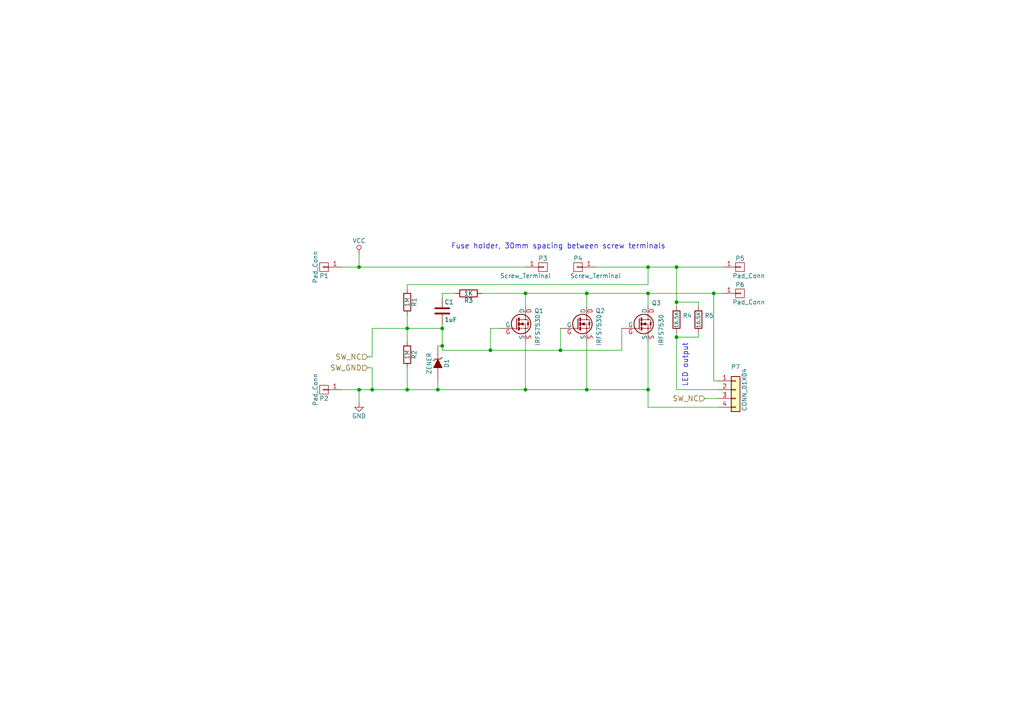
<source format=kicad_sch>
(kicad_sch
	(version 20231120)
	(generator "eeschema")
	(generator_version "8.0")
	(uuid "80413db8-1c85-46d9-b11b-308104896b83")
	(paper "A4")
	(lib_symbols
		(symbol "Anti-Spark-Switch-rescue:C"
			(pin_numbers hide)
			(pin_names
				(offset 0.254)
			)
			(exclude_from_sim no)
			(in_bom yes)
			(on_board yes)
			(property "Reference" "C"
				(at 0.635 2.54 0)
				(effects
					(font
						(size 1.27 1.27)
					)
					(justify left)
				)
			)
			(property "Value" "C"
				(at 0.635 -2.54 0)
				(effects
					(font
						(size 1.27 1.27)
					)
					(justify left)
				)
			)
			(property "Footprint" ""
				(at 0.9652 -3.81 0)
				(effects
					(font
						(size 1.27 1.27)
					)
					(hide yes)
				)
			)
			(property "Datasheet" ""
				(at 0 0 0)
				(effects
					(font
						(size 1.27 1.27)
					)
					(hide yes)
				)
			)
			(property "Description" ""
				(at 0 0 0)
				(effects
					(font
						(size 1.27 1.27)
					)
					(hide yes)
				)
			)
			(property "ki_fp_filters" "C_*"
				(at 0 0 0)
				(effects
					(font
						(size 1.27 1.27)
					)
					(hide yes)
				)
			)
			(symbol "C_0_1"
				(polyline
					(pts
						(xy -2.032 -0.762) (xy 2.032 -0.762)
					)
					(stroke
						(width 0.508)
						(type solid)
					)
					(fill
						(type none)
					)
				)
				(polyline
					(pts
						(xy -2.032 0.762) (xy 2.032 0.762)
					)
					(stroke
						(width 0.508)
						(type solid)
					)
					(fill
						(type none)
					)
				)
			)
			(symbol "C_1_1"
				(pin passive line
					(at 0 3.81 270)
					(length 2.794)
					(name "~"
						(effects
							(font
								(size 1.27 1.27)
							)
						)
					)
					(number "1"
						(effects
							(font
								(size 1.27 1.27)
							)
						)
					)
				)
				(pin passive line
					(at 0 -3.81 90)
					(length 2.794)
					(name "~"
						(effects
							(font
								(size 1.27 1.27)
							)
						)
					)
					(number "2"
						(effects
							(font
								(size 1.27 1.27)
							)
						)
					)
				)
			)
		)
		(symbol "Anti-Spark-Switch-rescue:Conn_01x04"
			(pin_names
				(offset 1.016) hide)
			(exclude_from_sim no)
			(in_bom yes)
			(on_board yes)
			(property "Reference" "J"
				(at 0 5.08 0)
				(effects
					(font
						(size 1.27 1.27)
					)
				)
			)
			(property "Value" "Conn_01x04"
				(at 0 -7.62 0)
				(effects
					(font
						(size 1.27 1.27)
					)
				)
			)
			(property "Footprint" ""
				(at 0 0 0)
				(effects
					(font
						(size 1.27 1.27)
					)
					(hide yes)
				)
			)
			(property "Datasheet" ""
				(at 0 0 0)
				(effects
					(font
						(size 1.27 1.27)
					)
					(hide yes)
				)
			)
			(property "Description" ""
				(at 0 0 0)
				(effects
					(font
						(size 1.27 1.27)
					)
					(hide yes)
				)
			)
			(property "ki_fp_filters" "Connector*:*_??x*mm* Connector*:*1x??x*mm* Pin?Header?Straight?1X* Pin?Header?Angled?1X* Socket?Strip?Straight?1X* Socket?Strip?Angled?1X*"
				(at 0 0 0)
				(effects
					(font
						(size 1.27 1.27)
					)
					(hide yes)
				)
			)
			(symbol "Conn_01x04_1_1"
				(rectangle
					(start -1.27 -4.953)
					(end 0 -5.207)
					(stroke
						(width 0.1524)
						(type solid)
					)
					(fill
						(type none)
					)
				)
				(rectangle
					(start -1.27 -2.413)
					(end 0 -2.667)
					(stroke
						(width 0.1524)
						(type solid)
					)
					(fill
						(type none)
					)
				)
				(rectangle
					(start -1.27 0.127)
					(end 0 -0.127)
					(stroke
						(width 0.1524)
						(type solid)
					)
					(fill
						(type none)
					)
				)
				(rectangle
					(start -1.27 2.667)
					(end 0 2.413)
					(stroke
						(width 0.1524)
						(type solid)
					)
					(fill
						(type none)
					)
				)
				(rectangle
					(start -1.27 3.81)
					(end 1.27 -6.35)
					(stroke
						(width 0.254)
						(type solid)
					)
					(fill
						(type background)
					)
				)
				(pin passive line
					(at -5.08 2.54 0)
					(length 3.81)
					(name "Pin_1"
						(effects
							(font
								(size 1.27 1.27)
							)
						)
					)
					(number "1"
						(effects
							(font
								(size 1.27 1.27)
							)
						)
					)
				)
				(pin passive line
					(at -5.08 0 0)
					(length 3.81)
					(name "Pin_2"
						(effects
							(font
								(size 1.27 1.27)
							)
						)
					)
					(number "2"
						(effects
							(font
								(size 1.27 1.27)
							)
						)
					)
				)
				(pin passive line
					(at -5.08 -2.54 0)
					(length 3.81)
					(name "Pin_3"
						(effects
							(font
								(size 1.27 1.27)
							)
						)
					)
					(number "3"
						(effects
							(font
								(size 1.27 1.27)
							)
						)
					)
				)
				(pin passive line
					(at -5.08 -5.08 0)
					(length 3.81)
					(name "Pin_4"
						(effects
							(font
								(size 1.27 1.27)
							)
						)
					)
					(number "4"
						(effects
							(font
								(size 1.27 1.27)
							)
						)
					)
				)
			)
		)
		(symbol "Anti-Spark-Switch-rescue:GND"
			(power)
			(pin_names
				(offset 0)
			)
			(exclude_from_sim no)
			(in_bom yes)
			(on_board yes)
			(property "Reference" "#PWR"
				(at 0 -6.35 0)
				(effects
					(font
						(size 1.27 1.27)
					)
					(hide yes)
				)
			)
			(property "Value" "GND"
				(at 0 -3.81 0)
				(effects
					(font
						(size 1.27 1.27)
					)
				)
			)
			(property "Footprint" ""
				(at 0 0 0)
				(effects
					(font
						(size 1.27 1.27)
					)
					(hide yes)
				)
			)
			(property "Datasheet" ""
				(at 0 0 0)
				(effects
					(font
						(size 1.27 1.27)
					)
					(hide yes)
				)
			)
			(property "Description" ""
				(at 0 0 0)
				(effects
					(font
						(size 1.27 1.27)
					)
					(hide yes)
				)
			)
			(symbol "GND_0_1"
				(polyline
					(pts
						(xy 0 0) (xy 0 -1.27) (xy 1.27 -1.27) (xy 0 -2.54) (xy -1.27 -1.27) (xy 0 -1.27)
					)
					(stroke
						(width 0)
						(type solid)
					)
					(fill
						(type none)
					)
				)
			)
			(symbol "GND_1_1"
				(pin power_in line
					(at 0 0 270)
					(length 0) hide
					(name "GND"
						(effects
							(font
								(size 1.27 1.27)
							)
						)
					)
					(number "1"
						(effects
							(font
								(size 1.27 1.27)
							)
						)
					)
				)
			)
		)
		(symbol "Anti-Spark-Switch-rescue:IRFS7530"
			(pin_names
				(offset 0)
			)
			(exclude_from_sim no)
			(in_bom yes)
			(on_board yes)
			(property "Reference" "Q"
				(at 5.08 1.905 0)
				(effects
					(font
						(size 1.27 1.27)
					)
					(justify left)
				)
			)
			(property "Value" "IRFS7530"
				(at 5.08 0 0)
				(effects
					(font
						(size 1.27 1.27)
					)
					(justify left)
				)
			)
			(property "Footprint" "TO-263-7"
				(at 5.08 -1.905 0)
				(effects
					(font
						(size 1.27 1.27)
						(italic yes)
					)
					(justify left)
				)
			)
			(property "Datasheet" ""
				(at 0 0 0)
				(effects
					(font
						(size 1.27 1.27)
					)
					(justify left)
				)
			)
			(property "Description" ""
				(at 0 0 0)
				(effects
					(font
						(size 1.27 1.27)
					)
					(hide yes)
				)
			)
			(symbol "IRFS7530_0_1"
				(polyline
					(pts
						(xy 0.635 -1.016) (xy 0.635 -1.651)
					)
					(stroke
						(width 0.508)
						(type solid)
					)
					(fill
						(type none)
					)
				)
				(polyline
					(pts
						(xy 0.635 0.381) (xy 0.635 -0.381)
					)
					(stroke
						(width 0.508)
						(type solid)
					)
					(fill
						(type none)
					)
				)
				(polyline
					(pts
						(xy 0.635 1.651) (xy 0.635 1.016)
					)
					(stroke
						(width 0.508)
						(type solid)
					)
					(fill
						(type none)
					)
				)
				(polyline
					(pts
						(xy 3.048 0.381) (xy 2.921 0.254)
					)
					(stroke
						(width 0)
						(type solid)
					)
					(fill
						(type none)
					)
				)
				(polyline
					(pts
						(xy 3.048 0.381) (xy 3.556 0.381)
					)
					(stroke
						(width 0)
						(type solid)
					)
					(fill
						(type none)
					)
				)
				(polyline
					(pts
						(xy 3.556 0.381) (xy 3.683 0.508)
					)
					(stroke
						(width 0)
						(type solid)
					)
					(fill
						(type none)
					)
				)
				(polyline
					(pts
						(xy 0 1.524) (xy 0 -1.524) (xy 0 -1.524)
					)
					(stroke
						(width 0.254)
						(type solid)
					)
					(fill
						(type none)
					)
				)
				(polyline
					(pts
						(xy 0.762 -1.27) (xy 2.54 -1.27) (xy 2.54 -2.54) (xy 2.54 -2.54)
					)
					(stroke
						(width 0)
						(type solid)
					)
					(fill
						(type none)
					)
				)
				(polyline
					(pts
						(xy 0.762 1.27) (xy 2.54 1.27) (xy 2.54 2.54) (xy 2.54 2.54)
					)
					(stroke
						(width 0)
						(type solid)
					)
					(fill
						(type none)
					)
				)
				(polyline
					(pts
						(xy 2.54 1.27) (xy 3.302 1.27) (xy 3.302 -1.27) (xy 2.54 -1.27)
					)
					(stroke
						(width 0)
						(type solid)
					)
					(fill
						(type none)
					)
				)
				(polyline
					(pts
						(xy 3.302 0.381) (xy 3.048 -0.254) (xy 3.556 -0.254) (xy 3.302 0.381)
					)
					(stroke
						(width 0)
						(type solid)
					)
					(fill
						(type outline)
					)
				)
				(polyline
					(pts
						(xy 0.762 0) (xy 1.27 0) (xy 2.54 0) (xy 2.54 -1.27) (xy 2.54 -1.27)
					)
					(stroke
						(width 0)
						(type solid)
					)
					(fill
						(type none)
					)
				)
				(polyline
					(pts
						(xy 0.889 0) (xy 1.905 0.381) (xy 1.905 -0.381) (xy 0.889 0) (xy 1.016 0) (xy 1.016 0)
					)
					(stroke
						(width 0)
						(type solid)
					)
					(fill
						(type outline)
					)
				)
				(circle
					(center 1.27 0)
					(radius 2.8194)
					(stroke
						(width 0.254)
						(type solid)
					)
					(fill
						(type none)
					)
				)
				(circle
					(center 2.54 -1.27)
					(radius 0.127)
					(stroke
						(width 0)
						(type solid)
					)
					(fill
						(type none)
					)
				)
				(circle
					(center 2.54 1.27)
					(radius 0.127)
					(stroke
						(width 0)
						(type solid)
					)
					(fill
						(type none)
					)
				)
			)
			(symbol "IRFS7530_1_1"
				(pin passive line
					(at 2.54 5.08 270)
					(length 2.54)
					(name "D"
						(effects
							(font
								(size 1.27 1.27)
							)
						)
					)
					(number "D"
						(effects
							(font
								(size 1.27 1.27)
							)
						)
					)
				)
				(pin passive line
					(at -5.08 -1.27 0)
					(length 5.08)
					(name "G"
						(effects
							(font
								(size 1.27 1.27)
							)
						)
					)
					(number "G"
						(effects
							(font
								(size 1.27 1.27)
							)
						)
					)
				)
				(pin passive line
					(at 2.54 -5.08 90)
					(length 2.54)
					(name "S"
						(effects
							(font
								(size 1.27 1.27)
							)
						)
					)
					(number "S"
						(effects
							(font
								(size 1.27 1.27)
							)
						)
					)
				)
			)
		)
		(symbol "Anti-Spark-Switch-rescue:Pad_Conn"
			(pin_names
				(offset 1.016) hide)
			(exclude_from_sim no)
			(in_bom yes)
			(on_board yes)
			(property "Reference" "P"
				(at 0 2.54 0)
				(effects
					(font
						(size 1.27 1.27)
					)
				)
			)
			(property "Value" "Pad_Conn"
				(at 2.54 0 90)
				(effects
					(font
						(size 1.27 1.27)
					)
				)
			)
			(property "Footprint" ""
				(at 0 0 0)
				(effects
					(font
						(size 1.27 1.27)
					)
				)
			)
			(property "Datasheet" ""
				(at 0 0 0)
				(effects
					(font
						(size 1.27 1.27)
					)
				)
			)
			(property "Description" "Connector 01x01"
				(at 0 0 0)
				(effects
					(font
						(size 1.27 1.27)
					)
					(hide yes)
				)
			)
			(property "ki_fp_filters" "Pin_Header_Straight_1X01 Pin_Header_Angled_1X01 Socket_Strip_Straight_1X01 Socket_Strip_Angled_1X01"
				(at 0 0 0)
				(effects
					(font
						(size 1.27 1.27)
					)
					(hide yes)
				)
			)
			(symbol "Pad_Conn_0_1"
				(rectangle
					(start -1.27 0.127)
					(end 0.254 -0.127)
					(stroke
						(width 0)
						(type solid)
					)
					(fill
						(type none)
					)
				)
				(rectangle
					(start -1.27 1.27)
					(end 1.27 -1.27)
					(stroke
						(width 0)
						(type solid)
					)
					(fill
						(type none)
					)
				)
			)
			(symbol "Pad_Conn_1_1"
				(pin passive line
					(at -5.08 0 0)
					(length 3.81)
					(name "P1"
						(effects
							(font
								(size 1.27 1.27)
							)
						)
					)
					(number "1"
						(effects
							(font
								(size 1.27 1.27)
							)
						)
					)
				)
			)
		)
		(symbol "Anti-Spark-Switch-rescue:R"
			(pin_numbers hide)
			(pin_names
				(offset 0)
			)
			(exclude_from_sim no)
			(in_bom yes)
			(on_board yes)
			(property "Reference" "R"
				(at 2.032 0 90)
				(effects
					(font
						(size 1.27 1.27)
					)
				)
			)
			(property "Value" "R"
				(at 0 0 90)
				(effects
					(font
						(size 1.27 1.27)
					)
				)
			)
			(property "Footprint" ""
				(at -1.778 0 90)
				(effects
					(font
						(size 1.27 1.27)
					)
					(hide yes)
				)
			)
			(property "Datasheet" ""
				(at 0 0 0)
				(effects
					(font
						(size 1.27 1.27)
					)
					(hide yes)
				)
			)
			(property "Description" ""
				(at 0 0 0)
				(effects
					(font
						(size 1.27 1.27)
					)
					(hide yes)
				)
			)
			(property "ki_fp_filters" "R_* R_*"
				(at 0 0 0)
				(effects
					(font
						(size 1.27 1.27)
					)
					(hide yes)
				)
			)
			(symbol "R_0_1"
				(rectangle
					(start -1.016 -2.54)
					(end 1.016 2.54)
					(stroke
						(width 0.254)
						(type solid)
					)
					(fill
						(type none)
					)
				)
			)
			(symbol "R_1_1"
				(pin passive line
					(at 0 3.81 270)
					(length 1.27)
					(name "~"
						(effects
							(font
								(size 1.27 1.27)
							)
						)
					)
					(number "1"
						(effects
							(font
								(size 1.27 1.27)
							)
						)
					)
				)
				(pin passive line
					(at 0 -3.81 90)
					(length 1.27)
					(name "~"
						(effects
							(font
								(size 1.27 1.27)
							)
						)
					)
					(number "2"
						(effects
							(font
								(size 1.27 1.27)
							)
						)
					)
				)
			)
		)
		(symbol "Anti-Spark-Switch-rescue:Screw_Terminal"
			(pin_names
				(offset 1.016) hide)
			(exclude_from_sim no)
			(in_bom yes)
			(on_board yes)
			(property "Reference" "P"
				(at 0 2.54 0)
				(effects
					(font
						(size 1.27 1.27)
					)
				)
			)
			(property "Value" "Screw_Terminal"
				(at 2.54 0 90)
				(effects
					(font
						(size 1.27 1.27)
					)
				)
			)
			(property "Footprint" ""
				(at 0 0 0)
				(effects
					(font
						(size 1.27 1.27)
					)
				)
			)
			(property "Datasheet" ""
				(at 0 0 0)
				(effects
					(font
						(size 1.27 1.27)
					)
				)
			)
			(property "Description" ""
				(at 0 0 0)
				(effects
					(font
						(size 1.27 1.27)
					)
					(hide yes)
				)
			)
			(property "ki_fp_filters" "Pin_Header_Straight_1X01 Pin_Header_Angled_1X01 Socket_Strip_Straight_1X01 Socket_Strip_Angled_1X01"
				(at 0 0 0)
				(effects
					(font
						(size 1.27 1.27)
					)
					(hide yes)
				)
			)
			(symbol "Screw_Terminal_0_1"
				(rectangle
					(start -1.27 0.127)
					(end 0.254 -0.127)
					(stroke
						(width 0)
						(type solid)
					)
					(fill
						(type none)
					)
				)
				(rectangle
					(start -1.27 1.27)
					(end 1.27 -1.27)
					(stroke
						(width 0)
						(type solid)
					)
					(fill
						(type none)
					)
				)
			)
			(symbol "Screw_Terminal_1_1"
				(pin passive line
					(at -5.08 0 0)
					(length 3.81)
					(name "P1"
						(effects
							(font
								(size 1.27 1.27)
							)
						)
					)
					(number "1"
						(effects
							(font
								(size 1.27 1.27)
							)
						)
					)
				)
			)
		)
		(symbol "Anti-Spark-Switch-rescue:VCC"
			(power)
			(pin_names
				(offset 0)
			)
			(exclude_from_sim no)
			(in_bom yes)
			(on_board yes)
			(property "Reference" "#PWR"
				(at 0 -3.81 0)
				(effects
					(font
						(size 1.27 1.27)
					)
					(hide yes)
				)
			)
			(property "Value" "VCC"
				(at 0 3.81 0)
				(effects
					(font
						(size 1.27 1.27)
					)
				)
			)
			(property "Footprint" ""
				(at 0 0 0)
				(effects
					(font
						(size 1.27 1.27)
					)
					(hide yes)
				)
			)
			(property "Datasheet" ""
				(at 0 0 0)
				(effects
					(font
						(size 1.27 1.27)
					)
					(hide yes)
				)
			)
			(property "Description" ""
				(at 0 0 0)
				(effects
					(font
						(size 1.27 1.27)
					)
					(hide yes)
				)
			)
			(symbol "VCC_0_1"
				(polyline
					(pts
						(xy 0 0) (xy 0 1.27)
					)
					(stroke
						(width 0)
						(type solid)
					)
					(fill
						(type none)
					)
				)
				(circle
					(center 0 1.905)
					(radius 0.635)
					(stroke
						(width 0)
						(type solid)
					)
					(fill
						(type none)
					)
				)
			)
			(symbol "VCC_1_1"
				(pin power_in line
					(at 0 0 90)
					(length 0) hide
					(name "VCC"
						(effects
							(font
								(size 1.27 1.27)
							)
						)
					)
					(number "1"
						(effects
							(font
								(size 1.27 1.27)
							)
						)
					)
				)
			)
		)
		(symbol "Anti-Spark-Switch-rescue:ZENER"
			(pin_numbers hide)
			(pin_names
				(offset 1.016) hide)
			(exclude_from_sim no)
			(in_bom yes)
			(on_board yes)
			(property "Reference" "D"
				(at 0 2.54 0)
				(effects
					(font
						(size 1.27 1.27)
					)
				)
			)
			(property "Value" "ZENER"
				(at 0 -2.54 0)
				(effects
					(font
						(size 1.27 1.27)
					)
				)
			)
			(property "Footprint" ""
				(at 0 0 0)
				(effects
					(font
						(size 1.27 1.27)
					)
				)
			)
			(property "Datasheet" ""
				(at 0 0 0)
				(effects
					(font
						(size 1.27 1.27)
					)
				)
			)
			(property "Description" ""
				(at 0 0 0)
				(effects
					(font
						(size 1.27 1.27)
					)
					(hide yes)
				)
			)
			(property "ki_fp_filters" "D? SO* SM*"
				(at 0 0 0)
				(effects
					(font
						(size 1.27 1.27)
					)
					(hide yes)
				)
			)
			(symbol "ZENER_0_1"
				(polyline
					(pts
						(xy -1.778 1.27) (xy -1.27 0.762) (xy -1.27 -0.762) (xy -0.762 -1.27) (xy -0.762 -1.27)
					)
					(stroke
						(width 0.2032)
						(type solid)
					)
					(fill
						(type none)
					)
				)
				(polyline
					(pts
						(xy -1.27 0) (xy 1.27 1.27) (xy 1.27 -1.27) (xy -1.27 0) (xy -1.27 0)
					)
					(stroke
						(width 0)
						(type solid)
					)
					(fill
						(type outline)
					)
				)
			)
			(symbol "ZENER_1_1"
				(pin passive line
					(at -5.08 0 0)
					(length 3.81)
					(name "K"
						(effects
							(font
								(size 1.27 1.27)
							)
						)
					)
					(number "1"
						(effects
							(font
								(size 1.27 1.27)
							)
						)
					)
				)
				(pin passive line
					(at 5.08 0 180)
					(length 3.81)
					(name "A"
						(effects
							(font
								(size 1.27 1.27)
							)
						)
					)
					(number "2"
						(effects
							(font
								(size 1.27 1.27)
							)
						)
					)
				)
			)
		)
	)
	(junction
		(at 152.4 113.03)
		(diameter 0)
		(color 0 0 0 0)
		(uuid "0c28043e-e333-49be-9f20-8deefb57630e")
	)
	(junction
		(at 170.18 113.03)
		(diameter 0)
		(color 0 0 0 0)
		(uuid "1d394000-aedb-4e89-865b-ebeb70fdafb1")
	)
	(junction
		(at 142.24 101.6)
		(diameter 0)
		(color 0 0 0 0)
		(uuid "21e33e18-4665-45e3-b5f9-c7b07968afd1")
	)
	(junction
		(at 207.01 85.09)
		(diameter 0)
		(color 0 0 0 0)
		(uuid "3aedc8e6-17e3-4209-87d0-ead0f00d8f8c")
	)
	(junction
		(at 162.56 101.6)
		(diameter 0)
		(color 0 0 0 0)
		(uuid "51352cae-d6be-49a1-9ea5-0c40089f9356")
	)
	(junction
		(at 187.96 85.09)
		(diameter 0)
		(color 0 0 0 0)
		(uuid "56f9d605-a47e-4b06-a5bd-ee710db1bc61")
	)
	(junction
		(at 128.27 95.25)
		(diameter 0)
		(color 0 0 0 0)
		(uuid "5732c189-39e5-4ad1-bfa6-e33cfd043a2d")
	)
	(junction
		(at 118.11 95.25)
		(diameter 0)
		(color 0 0 0 0)
		(uuid "5dbdee04-52be-4862-a29f-d6765f7d2734")
	)
	(junction
		(at 196.215 97.79)
		(diameter 0)
		(color 0 0 0 0)
		(uuid "659a18e8-ada9-4e4e-a588-5fc11b5ed4d0")
	)
	(junction
		(at 187.96 113.03)
		(diameter 0)
		(color 0 0 0 0)
		(uuid "71d80e94-dd10-468c-8632-b3e08737014f")
	)
	(junction
		(at 104.14 113.03)
		(diameter 0)
		(color 0 0 0 0)
		(uuid "72fc91e5-88d0-4537-a788-87c1e2bd1b56")
	)
	(junction
		(at 187.96 77.47)
		(diameter 0)
		(color 0 0 0 0)
		(uuid "7bae3406-f05a-4f0a-b086-98760901e55c")
	)
	(junction
		(at 118.11 113.03)
		(diameter 0)
		(color 0 0 0 0)
		(uuid "95f3d7f0-6db8-4829-821a-e1e2d478d24d")
	)
	(junction
		(at 127 113.03)
		(diameter 0)
		(color 0 0 0 0)
		(uuid "9fed8379-c3f1-409d-b8c7-c43a9c1fc2bb")
	)
	(junction
		(at 128.27 100.33)
		(diameter 0)
		(color 0 0 0 0)
		(uuid "ae1f0d33-1cb4-424c-8d66-1eea5f0bc9e7")
	)
	(junction
		(at 170.18 85.09)
		(diameter 0)
		(color 0 0 0 0)
		(uuid "b7688a3a-d871-4d26-bba1-5e49da6b9baa")
	)
	(junction
		(at 152.4 85.09)
		(diameter 0)
		(color 0 0 0 0)
		(uuid "c2058413-e1c0-4998-bf18-6c6fc1a586ae")
	)
	(junction
		(at 196.215 87.63)
		(diameter 0)
		(color 0 0 0 0)
		(uuid "c4bf434a-55e2-4965-8b9c-7237b35958c6")
	)
	(junction
		(at 104.14 77.47)
		(diameter 0)
		(color 0 0 0 0)
		(uuid "c96d1f5d-1b50-43be-af24-baefae15f5c3")
	)
	(junction
		(at 196.215 77.47)
		(diameter 0)
		(color 0 0 0 0)
		(uuid "d2757b79-8c45-4d6f-a8c9-eb8417e502c1")
	)
	(junction
		(at 107.95 113.03)
		(diameter 0)
		(color 0 0 0 0)
		(uuid "d34906d9-982e-49de-af3c-48b116cc052a")
	)
	(wire
		(pts
			(xy 99.06 77.47) (xy 104.14 77.47)
		)
		(stroke
			(width 0)
			(type default)
		)
		(uuid "06a42ccd-d6c2-499e-a64a-b4870a7cadf0")
	)
	(wire
		(pts
			(xy 196.215 77.47) (xy 196.215 87.63)
		)
		(stroke
			(width 0)
			(type default)
		)
		(uuid "07570f85-a019-4688-b383-87a06eae25db")
	)
	(wire
		(pts
			(xy 170.18 113.03) (xy 187.96 113.03)
		)
		(stroke
			(width 0)
			(type default)
		)
		(uuid "0b758c9c-ef46-4a14-af5a-0e3ff05d5622")
	)
	(wire
		(pts
			(xy 187.96 82.55) (xy 118.11 82.55)
		)
		(stroke
			(width 0)
			(type default)
		)
		(uuid "0f703032-c509-4bc8-94fd-ccb95cf310b5")
	)
	(wire
		(pts
			(xy 196.215 96.52) (xy 196.215 97.79)
		)
		(stroke
			(width 0)
			(type default)
		)
		(uuid "144e1cc6-2853-4c60-8faa-de8caf8f7642")
	)
	(wire
		(pts
			(xy 107.95 95.25) (xy 118.11 95.25)
		)
		(stroke
			(width 0)
			(type default)
		)
		(uuid "1a43b1a5-8c3f-4403-bdc3-72555f51935a")
	)
	(wire
		(pts
			(xy 142.24 101.6) (xy 142.24 95.25)
		)
		(stroke
			(width 0)
			(type default)
		)
		(uuid "1f4fe36c-d636-43f4-b928-642390f7a533")
	)
	(wire
		(pts
			(xy 128.27 100.33) (xy 128.27 95.25)
		)
		(stroke
			(width 0)
			(type default)
		)
		(uuid "1fe6efb8-fe22-4068-9407-fdf632e74b55")
	)
	(wire
		(pts
			(xy 196.215 113.03) (xy 208.28 113.03)
		)
		(stroke
			(width 0)
			(type default)
		)
		(uuid "1ffe532e-c098-4dae-85a1-b3e575bf8bec")
	)
	(wire
		(pts
			(xy 127 100.33) (xy 128.27 100.33)
		)
		(stroke
			(width 0)
			(type default)
		)
		(uuid "23755f25-9ab1-483e-9d17-9a9a218b1adb")
	)
	(wire
		(pts
			(xy 187.96 88.9) (xy 187.96 85.09)
		)
		(stroke
			(width 0)
			(type default)
		)
		(uuid "23c1348a-2392-4940-b2a6-04f628325b4c")
	)
	(wire
		(pts
			(xy 172.72 77.47) (xy 187.96 77.47)
		)
		(stroke
			(width 0)
			(type default)
		)
		(uuid "250e78d0-9190-4ec8-bb96-99c158934d6e")
	)
	(wire
		(pts
			(xy 107.95 113.03) (xy 107.95 106.68)
		)
		(stroke
			(width 0)
			(type default)
		)
		(uuid "291a7f1b-7e60-459b-9524-dbdb386519ba")
	)
	(wire
		(pts
			(xy 107.95 95.25) (xy 107.95 103.505)
		)
		(stroke
			(width 0)
			(type default)
		)
		(uuid "36d644d4-ae36-4bea-a9bc-4bb96afb65a9")
	)
	(wire
		(pts
			(xy 187.96 113.03) (xy 187.96 118.11)
		)
		(stroke
			(width 0)
			(type default)
		)
		(uuid "388b0d9e-b16a-4a33-8964-334e90134b42")
	)
	(wire
		(pts
			(xy 196.215 87.63) (xy 196.215 88.9)
		)
		(stroke
			(width 0)
			(type default)
		)
		(uuid "3fa54a20-a7d7-43dd-b2e6-7cbd02431d07")
	)
	(wire
		(pts
			(xy 139.7 85.09) (xy 152.4 85.09)
		)
		(stroke
			(width 0)
			(type default)
		)
		(uuid "417773b8-926d-41cb-ab75-a4dad0bb3b79")
	)
	(wire
		(pts
			(xy 196.215 87.63) (xy 202.565 87.63)
		)
		(stroke
			(width 0)
			(type default)
		)
		(uuid "582dcfe0-9377-4360-912d-392c434ce6b8")
	)
	(wire
		(pts
			(xy 152.4 113.03) (xy 170.18 113.03)
		)
		(stroke
			(width 0)
			(type default)
		)
		(uuid "5a88e81c-8345-45bd-8daf-c661f06f3b2d")
	)
	(wire
		(pts
			(xy 128.27 101.6) (xy 142.24 101.6)
		)
		(stroke
			(width 0)
			(type default)
		)
		(uuid "5af74940-08fe-4c9f-926e-a9c8567dd22c")
	)
	(wire
		(pts
			(xy 107.95 113.03) (xy 118.11 113.03)
		)
		(stroke
			(width 0)
			(type default)
		)
		(uuid "614fa195-8ee4-48d6-9412-af2e443a7884")
	)
	(wire
		(pts
			(xy 128.27 101.6) (xy 128.27 100.33)
		)
		(stroke
			(width 0)
			(type default)
		)
		(uuid "6474821f-73f3-40a4-9d57-b6eaa72c1fb9")
	)
	(wire
		(pts
			(xy 127 113.03) (xy 152.4 113.03)
		)
		(stroke
			(width 0)
			(type default)
		)
		(uuid "65269e5a-8ad0-47ba-8c5b-325531e108b8")
	)
	(wire
		(pts
			(xy 104.14 73.66) (xy 104.14 77.47)
		)
		(stroke
			(width 0)
			(type default)
		)
		(uuid "6c31da11-62a3-4984-819d-2c76595cd7b2")
	)
	(wire
		(pts
			(xy 132.08 85.09) (xy 128.27 85.09)
		)
		(stroke
			(width 0)
			(type default)
		)
		(uuid "6f863b19-849b-4ddb-a081-f6ba70b20b98")
	)
	(wire
		(pts
			(xy 208.28 110.49) (xy 207.01 110.49)
		)
		(stroke
			(width 0)
			(type default)
		)
		(uuid "8055e2d6-83a3-41e9-a7ba-49d40779a7c1")
	)
	(wire
		(pts
			(xy 196.215 97.79) (xy 196.215 113.03)
		)
		(stroke
			(width 0)
			(type default)
		)
		(uuid "8111f5f8-9014-40ec-8cb3-4f2d7f5f14c4")
	)
	(wire
		(pts
			(xy 107.95 103.505) (xy 106.68 103.505)
		)
		(stroke
			(width 0)
			(type default)
		)
		(uuid "82e8c8f7-090b-450c-a54a-ff51a693b251")
	)
	(wire
		(pts
			(xy 187.96 85.09) (xy 207.01 85.09)
		)
		(stroke
			(width 0)
			(type default)
		)
		(uuid "84a2c361-3c65-4cca-b51e-1f9b115e21b8")
	)
	(wire
		(pts
			(xy 128.27 85.09) (xy 128.27 86.36)
		)
		(stroke
			(width 0)
			(type default)
		)
		(uuid "85250306-447e-4530-803b-0c2fa1377285")
	)
	(wire
		(pts
			(xy 187.96 77.47) (xy 196.215 77.47)
		)
		(stroke
			(width 0)
			(type default)
		)
		(uuid "86546a05-b97f-40a6-8159-c30ef3db0955")
	)
	(wire
		(pts
			(xy 127 113.03) (xy 127 110.49)
		)
		(stroke
			(width 0)
			(type default)
		)
		(uuid "8fab5a49-25e8-45c6-be0f-ed59656aa15f")
	)
	(wire
		(pts
			(xy 187.96 99.06) (xy 187.96 113.03)
		)
		(stroke
			(width 0)
			(type default)
		)
		(uuid "902f601e-8491-4b60-b84d-9fc7d63050d0")
	)
	(wire
		(pts
			(xy 104.14 77.47) (xy 152.4 77.47)
		)
		(stroke
			(width 0)
			(type default)
		)
		(uuid "9623cccc-8486-448a-808c-d3f63e42295c")
	)
	(wire
		(pts
			(xy 152.4 85.09) (xy 170.18 85.09)
		)
		(stroke
			(width 0)
			(type default)
		)
		(uuid "98adf2d1-d7ae-497a-b547-fb8939e5925b")
	)
	(wire
		(pts
			(xy 204.47 115.57) (xy 208.28 115.57)
		)
		(stroke
			(width 0)
			(type default)
		)
		(uuid "9a1ca68d-8b56-408d-bea8-c5482eb3cb09")
	)
	(wire
		(pts
			(xy 196.215 77.47) (xy 209.55 77.47)
		)
		(stroke
			(width 0)
			(type default)
		)
		(uuid "9be207c8-adf4-439c-a267-0509a1a50069")
	)
	(wire
		(pts
			(xy 104.14 113.03) (xy 107.95 113.03)
		)
		(stroke
			(width 0)
			(type default)
		)
		(uuid "a135085b-c014-48ee-8e4e-ffa32fabe971")
	)
	(wire
		(pts
			(xy 118.11 91.44) (xy 118.11 95.25)
		)
		(stroke
			(width 0)
			(type default)
		)
		(uuid "a7324108-0493-4f37-98c5-3b11d3543de6")
	)
	(wire
		(pts
			(xy 207.01 110.49) (xy 207.01 85.09)
		)
		(stroke
			(width 0)
			(type default)
		)
		(uuid "b2eabfee-0c01-4a36-bb80-fb25d2cf5db8")
	)
	(wire
		(pts
			(xy 142.24 95.25) (xy 144.78 95.25)
		)
		(stroke
			(width 0)
			(type default)
		)
		(uuid "b544b0cc-65ec-4bd5-bade-01c9128058b0")
	)
	(wire
		(pts
			(xy 162.56 95.25) (xy 162.56 101.6)
		)
		(stroke
			(width 0)
			(type default)
		)
		(uuid "b5e35868-c12d-4619-b83a-e7f81aac4016")
	)
	(wire
		(pts
			(xy 118.11 113.03) (xy 118.11 106.68)
		)
		(stroke
			(width 0)
			(type default)
		)
		(uuid "b7b18b8b-edd1-4f3d-894a-aaddf48a17c2")
	)
	(wire
		(pts
			(xy 99.06 113.03) (xy 104.14 113.03)
		)
		(stroke
			(width 0)
			(type default)
		)
		(uuid "b896e467-cbe8-4b21-acc0-fe16e8d4002c")
	)
	(wire
		(pts
			(xy 128.27 93.98) (xy 128.27 95.25)
		)
		(stroke
			(width 0)
			(type default)
		)
		(uuid "ba5006b4-c496-4e05-b78e-7b80d983d1bf")
	)
	(wire
		(pts
			(xy 170.18 85.09) (xy 187.96 85.09)
		)
		(stroke
			(width 0)
			(type default)
		)
		(uuid "bb860e0d-4d01-49ff-84e8-88ae2ca05574")
	)
	(wire
		(pts
			(xy 196.215 97.79) (xy 202.565 97.79)
		)
		(stroke
			(width 0)
			(type default)
		)
		(uuid "bf9bbf6b-4463-458d-89f9-a93651db2ccc")
	)
	(wire
		(pts
			(xy 187.96 118.11) (xy 208.28 118.11)
		)
		(stroke
			(width 0)
			(type default)
		)
		(uuid "c7446fd4-5b29-4b0d-87a6-a243ade56102")
	)
	(wire
		(pts
			(xy 104.14 116.84) (xy 104.14 113.03)
		)
		(stroke
			(width 0)
			(type default)
		)
		(uuid "c8060fa4-683f-432d-be30-3646629ff49d")
	)
	(wire
		(pts
			(xy 202.565 87.63) (xy 202.565 88.9)
		)
		(stroke
			(width 0)
			(type default)
		)
		(uuid "cd0210cb-3e27-4a04-9497-35eb3f74c1fb")
	)
	(wire
		(pts
			(xy 118.11 95.25) (xy 118.11 99.06)
		)
		(stroke
			(width 0)
			(type default)
		)
		(uuid "d11cb5d2-cbae-4f8a-aacf-dba474073feb")
	)
	(wire
		(pts
			(xy 152.4 113.03) (xy 152.4 99.06)
		)
		(stroke
			(width 0)
			(type default)
		)
		(uuid "d64051b9-ea66-4c32-89fc-49f86cf1c5f2")
	)
	(wire
		(pts
			(xy 207.01 85.09) (xy 209.55 85.09)
		)
		(stroke
			(width 0)
			(type default)
		)
		(uuid "d7371faa-fc7a-46c1-baeb-62f58e0bbfed")
	)
	(wire
		(pts
			(xy 118.11 82.55) (xy 118.11 83.82)
		)
		(stroke
			(width 0)
			(type default)
		)
		(uuid "dee882d4-0c11-4373-8a93-55323bdd3ce4")
	)
	(wire
		(pts
			(xy 202.565 97.79) (xy 202.565 96.52)
		)
		(stroke
			(width 0)
			(type default)
		)
		(uuid "e2f5830e-b680-4c9a-a861-8b110fa6965e")
	)
	(wire
		(pts
			(xy 162.56 101.6) (xy 180.34 101.6)
		)
		(stroke
			(width 0)
			(type default)
		)
		(uuid "e51b6438-5495-44d0-99f3-959788035fe6")
	)
	(wire
		(pts
			(xy 142.24 101.6) (xy 162.56 101.6)
		)
		(stroke
			(width 0)
			(type default)
		)
		(uuid "eb70a11f-c417-4c05-9bab-14fd97a57f79")
	)
	(wire
		(pts
			(xy 118.11 95.25) (xy 128.27 95.25)
		)
		(stroke
			(width 0)
			(type default)
		)
		(uuid "ee44f270-620d-4a64-84cd-dd39a0f697ac")
	)
	(wire
		(pts
			(xy 152.4 85.09) (xy 152.4 88.9)
		)
		(stroke
			(width 0)
			(type default)
		)
		(uuid "ef9f12ae-e49c-4121-80e2-fc811682c1cc")
	)
	(wire
		(pts
			(xy 107.95 106.68) (xy 106.68 106.68)
		)
		(stroke
			(width 0)
			(type default)
		)
		(uuid "f3e5e44f-c356-4e82-b6bc-e1d470c2082c")
	)
	(wire
		(pts
			(xy 180.34 101.6) (xy 180.34 95.25)
		)
		(stroke
			(width 0)
			(type default)
		)
		(uuid "f4a375ec-ae45-419b-a68f-be5b8e748c1a")
	)
	(wire
		(pts
			(xy 170.18 113.03) (xy 170.18 99.06)
		)
		(stroke
			(width 0)
			(type default)
		)
		(uuid "f879cc84-19af-42b1-a56d-9231f8e5fd82")
	)
	(wire
		(pts
			(xy 170.18 88.9) (xy 170.18 85.09)
		)
		(stroke
			(width 0)
			(type default)
		)
		(uuid "fc30f1c1-f23a-4303-a7b3-95586d7dffa7")
	)
	(wire
		(pts
			(xy 187.96 77.47) (xy 187.96 82.55)
		)
		(stroke
			(width 0)
			(type default)
		)
		(uuid "fcac67c1-8360-48e2-bb86-5228498fda5a")
	)
	(wire
		(pts
			(xy 118.11 113.03) (xy 127 113.03)
		)
		(stroke
			(width 0)
			(type default)
		)
		(uuid "fe8c1ee9-a300-46b4-87f3-e18b7989b6ae")
	)
	(text "Fuse holder, 30mm spacing between screw terminals\n"
		(exclude_from_sim no)
		(at 130.81 72.39 0)
		(effects
			(font
				(size 1.524 1.524)
			)
			(justify left bottom)
		)
		(uuid "03fc38d1-7566-4133-a231-b79876df54c1")
	)
	(text "LED output"
		(exclude_from_sim no)
		(at 199.644 112.268 90)
		(effects
			(font
				(size 1.524 1.524)
			)
			(justify left bottom)
		)
		(uuid "d43e91aa-6fb3-4368-a326-56daf28bebc8")
	)
	(hierarchical_label "SW_NC"
		(shape input)
		(at 106.68 103.505 180)
		(effects
			(font
				(size 1.524 1.524)
			)
			(justify right)
		)
		(uuid "2bf281f5-6284-4b2b-b9f0-baa87223d9bc")
	)
	(hierarchical_label "SW_NC"
		(shape input)
		(at 204.47 115.57 180)
		(effects
			(font
				(size 1.524 1.524)
			)
			(justify right)
		)
		(uuid "353c1610-1210-481d-8af5-1c4528888500")
	)
	(hierarchical_label "SW_GND"
		(shape input)
		(at 106.68 106.68 180)
		(effects
			(font
				(size 1.524 1.524)
			)
			(justify right)
		)
		(uuid "53a0601e-4f4e-4241-945f-36bb658bb70e")
	)
	(symbol
		(lib_id "Anti-Spark-Switch-rescue:R")
		(at 118.11 102.87 0)
		(unit 1)
		(exclude_from_sim no)
		(in_bom yes)
		(on_board yes)
		(dnp no)
		(uuid "00000000-0000-0000-0000-00005775e315")
		(property "Reference" "R2"
			(at 120.142 102.87 90)
			(effects
				(font
					(size 1.27 1.27)
				)
			)
		)
		(property "Value" "1M"
			(at 118.11 102.87 90)
			(effects
				(font
					(size 1.27 1.27)
				)
			)
		)
		(property "Footprint" "Resistors_SMD:R_0603"
			(at 116.332 102.87 90)
			(effects
				(font
					(size 1.27 1.27)
				)
				(hide yes)
			)
		)
		(property "Datasheet" ""
			(at 118.11 102.87 0)
			(effects
				(font
					(size 1.27 1.27)
				)
			)
		)
		(property "Description" ""
			(at 118.11 102.87 0)
			(effects
				(font
					(size 1.27 1.27)
				)
				(hide yes)
			)
		)
		(pin "2"
			(uuid "6ab44e40-d133-4e02-a13d-17f2423d9eb2")
		)
		(pin "1"
			(uuid "bf49aabd-02a8-4cdd-a4d3-fae4d5da9969")
		)
		(instances
			(project "Anti-Spark-Switch"
				(path "/80413db8-1c85-46d9-b11b-308104896b83"
					(reference "R2")
					(unit 1)
				)
			)
		)
	)
	(symbol
		(lib_id "Anti-Spark-Switch-rescue:R")
		(at 118.11 87.63 0)
		(unit 1)
		(exclude_from_sim no)
		(in_bom yes)
		(on_board yes)
		(dnp no)
		(uuid "00000000-0000-0000-0000-00005775e3d7")
		(property "Reference" "R1"
			(at 120.142 87.63 90)
			(effects
				(font
					(size 1.27 1.27)
				)
			)
		)
		(property "Value" "1M"
			(at 118.11 87.63 90)
			(effects
				(font
					(size 1.27 1.27)
				)
			)
		)
		(property "Footprint" "Resistors_SMD:R_0603"
			(at 116.332 87.63 90)
			(effects
				(font
					(size 1.27 1.27)
				)
				(hide yes)
			)
		)
		(property "Datasheet" ""
			(at 118.11 87.63 0)
			(effects
				(font
					(size 1.27 1.27)
				)
			)
		)
		(property "Description" ""
			(at 118.11 87.63 0)
			(effects
				(font
					(size 1.27 1.27)
				)
				(hide yes)
			)
		)
		(pin "2"
			(uuid "3dfe2cc0-c0bf-416a-9f10-eacedefdea3a")
		)
		(pin "1"
			(uuid "1a46b2d6-f0d4-4ce3-a175-8a55232910b2")
		)
		(instances
			(project "Anti-Spark-Switch"
				(path "/80413db8-1c85-46d9-b11b-308104896b83"
					(reference "R1")
					(unit 1)
				)
			)
		)
	)
	(symbol
		(lib_id "Anti-Spark-Switch-rescue:R")
		(at 135.89 85.09 270)
		(unit 1)
		(exclude_from_sim no)
		(in_bom yes)
		(on_board yes)
		(dnp no)
		(uuid "00000000-0000-0000-0000-00005775e416")
		(property "Reference" "R3"
			(at 135.89 87.122 90)
			(effects
				(font
					(size 1.27 1.27)
				)
			)
		)
		(property "Value" "1K"
			(at 135.89 85.09 90)
			(effects
				(font
					(size 1.27 1.27)
				)
			)
		)
		(property "Footprint" "Resistors_SMD:R_0603"
			(at 135.89 83.312 90)
			(effects
				(font
					(size 1.27 1.27)
				)
				(hide yes)
			)
		)
		(property "Datasheet" ""
			(at 135.89 85.09 0)
			(effects
				(font
					(size 1.27 1.27)
				)
			)
		)
		(property "Description" ""
			(at 135.89 85.09 0)
			(effects
				(font
					(size 1.27 1.27)
				)
				(hide yes)
			)
		)
		(pin "1"
			(uuid "0e9839b1-a944-4646-bc7d-2c1adc4f7731")
		)
		(pin "2"
			(uuid "f8edda01-c0df-4cc8-9ed4-2442d626b65a")
		)
		(instances
			(project "Anti-Spark-Switch"
				(path "/80413db8-1c85-46d9-b11b-308104896b83"
					(reference "R3")
					(unit 1)
				)
			)
		)
	)
	(symbol
		(lib_id "Anti-Spark-Switch-rescue:C")
		(at 128.27 90.17 0)
		(unit 1)
		(exclude_from_sim no)
		(in_bom yes)
		(on_board yes)
		(dnp no)
		(uuid "00000000-0000-0000-0000-00005775e442")
		(property "Reference" "C1"
			(at 128.905 87.63 0)
			(effects
				(font
					(size 1.27 1.27)
				)
				(justify left)
			)
		)
		(property "Value" "1uF"
			(at 128.905 92.71 0)
			(effects
				(font
					(size 1.27 1.27)
				)
				(justify left)
			)
		)
		(property "Footprint" "Capacitors_SMD:C_0603"
			(at 129.2352 93.98 0)
			(effects
				(font
					(size 1.27 1.27)
				)
				(hide yes)
			)
		)
		(property "Datasheet" ""
			(at 128.27 90.17 0)
			(effects
				(font
					(size 1.27 1.27)
				)
			)
		)
		(property "Description" ""
			(at 128.27 90.17 0)
			(effects
				(font
					(size 1.27 1.27)
				)
				(hide yes)
			)
		)
		(pin "1"
			(uuid "a42d6387-5952-4ec3-bc31-8b894562b6e9")
		)
		(pin "2"
			(uuid "9eb3559e-8b77-4683-b5ba-ee7273abe9b1")
		)
		(instances
			(project "Anti-Spark-Switch"
				(path "/80413db8-1c85-46d9-b11b-308104896b83"
					(reference "C1")
					(unit 1)
				)
			)
		)
	)
	(symbol
		(lib_id "Anti-Spark-Switch-rescue:ZENER")
		(at 127 105.41 270)
		(unit 1)
		(exclude_from_sim no)
		(in_bom yes)
		(on_board yes)
		(dnp no)
		(uuid "00000000-0000-0000-0000-00005775e48b")
		(property "Reference" "D1"
			(at 129.54 105.41 0)
			(effects
				(font
					(size 1.27 1.27)
				)
			)
		)
		(property "Value" "ZENER"
			(at 124.46 105.41 0)
			(effects
				(font
					(size 1.27 1.27)
				)
			)
		)
		(property "Footprint" "Diodes_SMD:D_SOD-123F"
			(at 127 105.41 0)
			(effects
				(font
					(size 1.27 1.27)
				)
				(hide yes)
			)
		)
		(property "Datasheet" ""
			(at 127 105.41 0)
			(effects
				(font
					(size 1.27 1.27)
				)
			)
		)
		(property "Description" ""
			(at 127 105.41 0)
			(effects
				(font
					(size 1.27 1.27)
				)
				(hide yes)
			)
		)
		(pin "1"
			(uuid "768c105c-5bf4-4cd5-8442-2d91d4f4c638")
		)
		(pin "2"
			(uuid "2e9cd52e-9d95-480b-a7ed-ea6196b16bf0")
		)
		(instances
			(project "Anti-Spark-Switch"
				(path "/80413db8-1c85-46d9-b11b-308104896b83"
					(reference "D1")
					(unit 1)
				)
			)
		)
	)
	(symbol
		(lib_id "Anti-Spark-Switch-rescue:GND")
		(at 104.14 116.84 0)
		(unit 1)
		(exclude_from_sim no)
		(in_bom yes)
		(on_board yes)
		(dnp no)
		(uuid "00000000-0000-0000-0000-00005775e514")
		(property "Reference" "#PWR01"
			(at 104.14 123.19 0)
			(effects
				(font
					(size 1.27 1.27)
				)
				(hide yes)
			)
		)
		(property "Value" "GND"
			(at 104.14 120.65 0)
			(effects
				(font
					(size 1.27 1.27)
				)
			)
		)
		(property "Footprint" ""
			(at 104.14 116.84 0)
			(effects
				(font
					(size 1.27 1.27)
				)
			)
		)
		(property "Datasheet" ""
			(at 104.14 116.84 0)
			(effects
				(font
					(size 1.27 1.27)
				)
			)
		)
		(property "Description" ""
			(at 104.14 116.84 0)
			(effects
				(font
					(size 1.27 1.27)
				)
				(hide yes)
			)
		)
		(pin "1"
			(uuid "dc9a92e9-f338-4133-a57a-0b7872b74dd3")
		)
		(instances
			(project "Anti-Spark-Switch"
				(path "/80413db8-1c85-46d9-b11b-308104896b83"
					(reference "#PWR01")
					(unit 1)
				)
			)
		)
	)
	(symbol
		(lib_id "Anti-Spark-Switch-rescue:VCC")
		(at 104.14 73.66 0)
		(unit 1)
		(exclude_from_sim no)
		(in_bom yes)
		(on_board yes)
		(dnp no)
		(uuid "00000000-0000-0000-0000-00005775e532")
		(property "Reference" "#PWR02"
			(at 104.14 77.47 0)
			(effects
				(font
					(size 1.27 1.27)
				)
				(hide yes)
			)
		)
		(property "Value" "VCC"
			(at 104.14 69.85 0)
			(effects
				(font
					(size 1.27 1.27)
				)
			)
		)
		(property "Footprint" ""
			(at 104.14 73.66 0)
			(effects
				(font
					(size 1.27 1.27)
				)
			)
		)
		(property "Datasheet" ""
			(at 104.14 73.66 0)
			(effects
				(font
					(size 1.27 1.27)
				)
			)
		)
		(property "Description" ""
			(at 104.14 73.66 0)
			(effects
				(font
					(size 1.27 1.27)
				)
				(hide yes)
			)
		)
		(pin "1"
			(uuid "fe962324-3097-47e8-8f54-29539bce1ad6")
		)
		(instances
			(project "Anti-Spark-Switch"
				(path "/80413db8-1c85-46d9-b11b-308104896b83"
					(reference "#PWR02")
					(unit 1)
				)
			)
		)
	)
	(symbol
		(lib_id "Anti-Spark-Switch-rescue:Conn_01x04")
		(at 213.36 113.03 0)
		(unit 1)
		(exclude_from_sim no)
		(in_bom yes)
		(on_board yes)
		(dnp no)
		(uuid "00000000-0000-0000-0000-0000577ecaa0")
		(property "Reference" "P7"
			(at 213.36 106.426 0)
			(effects
				(font
					(size 1.27 1.27)
				)
			)
		)
		(property "Value" "CONN_01X04"
			(at 215.9 113.03 90)
			(effects
				(font
					(size 1.27 1.27)
				)
			)
		)
		(property "Footprint" "Connector_JST:JST_PH_B4B-PH-K_1x04_P2.00mm_Vertical"
			(at 213.36 113.03 0)
			(effects
				(font
					(size 1.27 1.27)
				)
				(hide yes)
			)
		)
		(property "Datasheet" ""
			(at 213.36 113.03 0)
			(effects
				(font
					(size 1.27 1.27)
				)
			)
		)
		(property "Description" ""
			(at 213.36 113.03 0)
			(effects
				(font
					(size 1.27 1.27)
				)
				(hide yes)
			)
		)
		(pin "1"
			(uuid "c70d05bb-d2d8-4b4d-91ee-c0a956ac3ae5")
		)
		(pin "2"
			(uuid "b7a2043a-61de-49f9-bade-9c1bde8c5549")
		)
		(pin "3"
			(uuid "27b50451-f5d8-4c47-987b-c856094ba628")
		)
		(pin "4"
			(uuid "435745df-3136-4f1d-896f-d4dd2f2a6f17")
		)
		(instances
			(project "Anti-Spark-Switch"
				(path "/80413db8-1c85-46d9-b11b-308104896b83"
					(reference "P7")
					(unit 1)
				)
			)
		)
	)
	(symbol
		(lib_id "Anti-Spark-Switch-rescue:Screw_Terminal")
		(at 157.48 77.47 0)
		(unit 1)
		(exclude_from_sim no)
		(in_bom yes)
		(on_board yes)
		(dnp no)
		(uuid "00000000-0000-0000-0000-0000577ece79")
		(property "Reference" "P3"
			(at 157.48 74.93 0)
			(effects
				(font
					(size 1.27 1.27)
				)
			)
		)
		(property "Value" "Screw_Terminal"
			(at 152.4 80.01 0)
			(effects
				(font
					(size 1.27 1.27)
				)
			)
		)
		(property "Footprint" "sparkparts:M5_Screw_Terminal_12_pin"
			(at 157.48 77.47 0)
			(effects
				(font
					(size 1.27 1.27)
				)
				(hide yes)
			)
		)
		(property "Datasheet" ""
			(at 157.48 77.47 0)
			(effects
				(font
					(size 1.27 1.27)
				)
			)
		)
		(property "Description" ""
			(at 157.48 77.47 0)
			(effects
				(font
					(size 1.27 1.27)
				)
				(hide yes)
			)
		)
		(pin "1"
			(uuid "a69a06fb-d74a-453d-821e-e0691483e01e")
		)
		(instances
			(project "Anti-Spark-Switch"
				(path "/80413db8-1c85-46d9-b11b-308104896b83"
					(reference "P3")
					(unit 1)
				)
			)
		)
	)
	(symbol
		(lib_id "Anti-Spark-Switch-rescue:Screw_Terminal")
		(at 167.64 77.47 180)
		(unit 1)
		(exclude_from_sim no)
		(in_bom yes)
		(on_board yes)
		(dnp no)
		(uuid "00000000-0000-0000-0000-0000577ecebd")
		(property "Reference" "P4"
			(at 167.64 74.93 0)
			(effects
				(font
					(size 1.27 1.27)
				)
			)
		)
		(property "Value" "Screw_Terminal"
			(at 172.72 80.01 0)
			(effects
				(font
					(size 1.27 1.27)
				)
			)
		)
		(property "Footprint" "sparkparts:M5_Screw_Terminal_12_pin"
			(at 167.64 77.47 0)
			(effects
				(font
					(size 1.27 1.27)
				)
				(hide yes)
			)
		)
		(property "Datasheet" ""
			(at 167.64 77.47 0)
			(effects
				(font
					(size 1.27 1.27)
				)
			)
		)
		(property "Description" ""
			(at 167.64 77.47 0)
			(effects
				(font
					(size 1.27 1.27)
				)
				(hide yes)
			)
		)
		(pin "1"
			(uuid "bf8f2d0b-3b81-4092-9815-c54cc256735a")
		)
		(instances
			(project "Anti-Spark-Switch"
				(path "/80413db8-1c85-46d9-b11b-308104896b83"
					(reference "P4")
					(unit 1)
				)
			)
		)
	)
	(symbol
		(lib_id "Anti-Spark-Switch-rescue:Pad_Conn")
		(at 93.98 77.47 180)
		(unit 1)
		(exclude_from_sim no)
		(in_bom yes)
		(on_board yes)
		(dnp no)
		(uuid "00000000-0000-0000-0000-0000577ed8f0")
		(property "Reference" "P1"
			(at 93.98 80.01 0)
			(effects
				(font
					(size 1.27 1.27)
				)
			)
		)
		(property "Value" "Pad_Conn"
			(at 91.44 77.47 90)
			(effects
				(font
					(size 1.27 1.27)
				)
			)
		)
		(property "Footprint" "sparkparts:1PAD_8x7mm"
			(at 93.98 77.47 0)
			(effects
				(font
					(size 1.27 1.27)
				)
				(hide yes)
			)
		)
		(property "Datasheet" ""
			(at 93.98 77.47 0)
			(effects
				(font
					(size 1.27 1.27)
				)
			)
		)
		(property "Description" ""
			(at 93.98 77.47 0)
			(effects
				(font
					(size 1.27 1.27)
				)
				(hide yes)
			)
		)
		(pin "1"
			(uuid "f22ddd72-f2db-4c7f-826b-4c0d15119ad2")
		)
		(instances
			(project "Anti-Spark-Switch"
				(path "/80413db8-1c85-46d9-b11b-308104896b83"
					(reference "P1")
					(unit 1)
				)
			)
		)
	)
	(symbol
		(lib_id "Anti-Spark-Switch-rescue:Pad_Conn")
		(at 93.98 113.03 180)
		(unit 1)
		(exclude_from_sim no)
		(in_bom yes)
		(on_board yes)
		(dnp no)
		(uuid "00000000-0000-0000-0000-0000577ed942")
		(property "Reference" "P2"
			(at 93.98 115.57 0)
			(effects
				(font
					(size 1.27 1.27)
				)
			)
		)
		(property "Value" "Pad_Conn"
			(at 91.44 113.03 90)
			(effects
				(font
					(size 1.27 1.27)
				)
			)
		)
		(property "Footprint" "sparkparts:1PAD_8x7mm"
			(at 93.98 113.03 0)
			(effects
				(font
					(size 1.27 1.27)
				)
				(hide yes)
			)
		)
		(property "Datasheet" ""
			(at 93.98 113.03 0)
			(effects
				(font
					(size 1.27 1.27)
				)
			)
		)
		(property "Description" ""
			(at 93.98 113.03 0)
			(effects
				(font
					(size 1.27 1.27)
				)
				(hide yes)
			)
		)
		(pin "1"
			(uuid "fb1c2c6d-e707-436b-92b9-126fef650a4f")
		)
		(instances
			(project "Anti-Spark-Switch"
				(path "/80413db8-1c85-46d9-b11b-308104896b83"
					(reference "P2")
					(unit 1)
				)
			)
		)
	)
	(symbol
		(lib_id "Anti-Spark-Switch-rescue:Pad_Conn")
		(at 214.63 85.09 0)
		(unit 1)
		(exclude_from_sim no)
		(in_bom yes)
		(on_board yes)
		(dnp no)
		(uuid "00000000-0000-0000-0000-0000577ed99b")
		(property "Reference" "P6"
			(at 214.63 82.55 0)
			(effects
				(font
					(size 1.27 1.27)
				)
			)
		)
		(property "Value" "Pad_Conn"
			(at 217.17 87.63 0)
			(effects
				(font
					(size 1.27 1.27)
				)
			)
		)
		(property "Footprint" "sparkparts:1PAD_8x7mm"
			(at 214.63 85.09 90)
			(effects
				(font
					(size 1.27 1.27)
				)
				(hide yes)
			)
		)
		(property "Datasheet" ""
			(at 214.63 85.09 0)
			(effects
				(font
					(size 1.27 1.27)
				)
			)
		)
		(property "Description" ""
			(at 214.63 85.09 0)
			(effects
				(font
					(size 1.27 1.27)
				)
				(hide yes)
			)
		)
		(pin "1"
			(uuid "c4626f26-c085-486a-925e-4794f0a95efb")
		)
		(instances
			(project "Anti-Spark-Switch"
				(path "/80413db8-1c85-46d9-b11b-308104896b83"
					(reference "P6")
					(unit 1)
				)
			)
		)
	)
	(symbol
		(lib_id "Anti-Spark-Switch-rescue:Pad_Conn")
		(at 214.63 77.47 0)
		(unit 1)
		(exclude_from_sim no)
		(in_bom yes)
		(on_board yes)
		(dnp no)
		(uuid "00000000-0000-0000-0000-0000577ed9de")
		(property "Reference" "P5"
			(at 214.63 74.93 0)
			(effects
				(font
					(size 1.27 1.27)
				)
			)
		)
		(property "Value" "Pad_Conn"
			(at 217.17 80.01 0)
			(effects
				(font
					(size 1.27 1.27)
				)
			)
		)
		(property "Footprint" "sparkparts:1PAD_8x7mm"
			(at 214.63 77.47 0)
			(effects
				(font
					(size 1.27 1.27)
				)
				(hide yes)
			)
		)
		(property "Datasheet" ""
			(at 214.63 77.47 0)
			(effects
				(font
					(size 1.27 1.27)
				)
			)
		)
		(property "Description" ""
			(at 214.63 77.47 0)
			(effects
				(font
					(size 1.27 1.27)
				)
				(hide yes)
			)
		)
		(pin "1"
			(uuid "1df13e9a-1638-487c-8644-11ab951f88a8")
		)
		(instances
			(project "Anti-Spark-Switch"
				(path "/80413db8-1c85-46d9-b11b-308104896b83"
					(reference "P5")
					(unit 1)
				)
			)
		)
	)
	(symbol
		(lib_id "Anti-Spark-Switch-rescue:IRFS7530")
		(at 149.86 93.98 0)
		(unit 1)
		(exclude_from_sim no)
		(in_bom yes)
		(on_board yes)
		(dnp no)
		(uuid "00000000-0000-0000-0000-0000577f004a")
		(property "Reference" "Q1"
			(at 154.94 90.17 0)
			(effects
				(font
					(size 1.27 1.27)
				)
				(justify left)
			)
		)
		(property "Value" "IRFS7530"
			(at 155.956 100.33 90)
			(effects
				(font
					(size 1.27 1.27)
				)
				(justify left)
			)
		)
		(property "Footprint" "sparkparts:D2PAK-7-GDS"
			(at 154.94 95.885 0)
			(effects
				(font
					(size 1.27 1.27)
					(italic yes)
				)
				(justify left)
				(hide yes)
			)
		)
		(property "Datasheet" ""
			(at 149.86 93.98 0)
			(effects
				(font
					(size 1.27 1.27)
				)
				(justify left)
			)
		)
		(property "Description" ""
			(at 149.86 93.98 0)
			(effects
				(font
					(size 1.27 1.27)
				)
				(hide yes)
			)
		)
		(pin "G"
			(uuid "c5cdf9ce-db25-4899-b61c-3b60daf42adc")
		)
		(pin "D"
			(uuid "755cb92d-7e93-4eaa-897e-b60494812c5e")
		)
		(pin "S"
			(uuid "cf474677-5fdb-4b13-9e4b-109964acf0cd")
		)
		(instances
			(project "Anti-Spark-Switch"
				(path "/80413db8-1c85-46d9-b11b-308104896b83"
					(reference "Q1")
					(unit 1)
				)
			)
		)
	)
	(symbol
		(lib_id "Anti-Spark-Switch-rescue:IRFS7530")
		(at 167.64 93.98 0)
		(unit 1)
		(exclude_from_sim no)
		(in_bom yes)
		(on_board yes)
		(dnp no)
		(uuid "00000000-0000-0000-0000-0000577f00a7")
		(property "Reference" "Q2"
			(at 172.72 90.17 0)
			(effects
				(font
					(size 1.27 1.27)
				)
				(justify left)
			)
		)
		(property "Value" "IRFS7530"
			(at 173.736 100.33 90)
			(effects
				(font
					(size 1.27 1.27)
				)
				(justify left)
			)
		)
		(property "Footprint" "sparkparts:D2PAK-7-GDS"
			(at 172.72 95.885 0)
			(effects
				(font
					(size 1.27 1.27)
					(italic yes)
				)
				(justify left)
				(hide yes)
			)
		)
		(property "Datasheet" ""
			(at 167.64 93.98 0)
			(effects
				(font
					(size 1.27 1.27)
				)
				(justify left)
			)
		)
		(property "Description" ""
			(at 167.64 93.98 0)
			(effects
				(font
					(size 1.27 1.27)
				)
				(hide yes)
			)
		)
		(pin "D"
			(uuid "8a5a6dff-4142-4dc6-9a5d-85df8a20b29c")
		)
		(pin "S"
			(uuid "0cc3882d-81b6-4267-a2d4-76c957c569b1")
		)
		(pin "G"
			(uuid "046c46cc-6a49-4fe4-b370-8701f1f3cb85")
		)
		(instances
			(project "Anti-Spark-Switch"
				(path "/80413db8-1c85-46d9-b11b-308104896b83"
					(reference "Q2")
					(unit 1)
				)
			)
		)
	)
	(symbol
		(lib_id "Anti-Spark-Switch-rescue:IRFS7530")
		(at 185.42 93.98 0)
		(unit 1)
		(exclude_from_sim no)
		(in_bom yes)
		(on_board yes)
		(dnp no)
		(uuid "00000000-0000-0000-0000-0000577f00f2")
		(property "Reference" "Q3"
			(at 188.976 87.884 0)
			(effects
				(font
					(size 1.27 1.27)
				)
				(justify left)
			)
		)
		(property "Value" "IRFS7530"
			(at 191.77 100.33 90)
			(effects
				(font
					(size 1.27 1.27)
				)
				(justify left)
			)
		)
		(property "Footprint" "sparkparts:D2PAK-7-GDS"
			(at 190.5 95.885 0)
			(effects
				(font
					(size 1.27 1.27)
					(italic yes)
				)
				(justify left)
				(hide yes)
			)
		)
		(property "Datasheet" ""
			(at 185.42 93.98 0)
			(effects
				(font
					(size 1.27 1.27)
				)
				(justify left)
			)
		)
		(property "Description" ""
			(at 185.42 93.98 0)
			(effects
				(font
					(size 1.27 1.27)
				)
				(hide yes)
			)
		)
		(pin "D"
			(uuid "e5c93cc3-a56f-4a70-86f3-50d4b6c22a62")
		)
		(pin "G"
			(uuid "193dc3f3-26cb-4c4b-851f-c42352bddfa4")
		)
		(pin "S"
			(uuid "c0c8b5ab-fcb5-4efb-876d-46a880a4f09d")
		)
		(instances
			(project "Anti-Spark-Switch"
				(path "/80413db8-1c85-46d9-b11b-308104896b83"
					(reference "Q3")
					(unit 1)
				)
			)
		)
	)
	(symbol
		(lib_id "Anti-Spark-Switch-rescue:R")
		(at 196.215 92.71 0)
		(unit 1)
		(exclude_from_sim no)
		(in_bom yes)
		(on_board yes)
		(dnp no)
		(uuid "00000000-0000-0000-0000-00005ad7fabd")
		(property "Reference" "R4"
			(at 197.993 91.5416 0)
			(effects
				(font
					(size 1.27 1.27)
				)
				(justify left)
			)
		)
		(property "Value" "16.5K"
			(at 196.215 95.25 90)
			(effects
				(font
					(size 1.0922 1.0922)
				)
				(justify left)
			)
		)
		(property "Footprint" "Resistors_SMD:R_1206"
			(at 194.437 92.71 90)
			(effects
				(font
					(size 1.27 1.27)
				)
				(hide yes)
			)
		)
		(property "Datasheet" ""
			(at 196.215 92.71 0)
			(effects
				(font
					(size 1.27 1.27)
				)
				(hide yes)
			)
		)
		(property "Description" ""
			(at 196.215 92.71 0)
			(effects
				(font
					(size 1.27 1.27)
				)
				(hide yes)
			)
		)
		(pin "1"
			(uuid "3396b533-25c4-4333-935b-78058fac28a5")
		)
		(pin "2"
			(uuid "17ff6a3e-867f-494b-a02d-ecb253ce19ff")
		)
		(instances
			(project "Anti-Spark-Switch"
				(path "/80413db8-1c85-46d9-b11b-308104896b83"
					(reference "R4")
					(unit 1)
				)
			)
		)
	)
	(symbol
		(lib_id "Anti-Spark-Switch-rescue:R")
		(at 202.565 92.71 0)
		(unit 1)
		(exclude_from_sim no)
		(in_bom yes)
		(on_board yes)
		(dnp no)
		(uuid "00000000-0000-0000-0000-00005ad7fb17")
		(property "Reference" "R5"
			(at 204.343 91.5416 0)
			(effects
				(font
					(size 1.27 1.27)
				)
				(justify left)
			)
		)
		(property "Value" "16.5K"
			(at 202.565 95.25 90)
			(effects
				(font
					(size 1.0922 1.0922)
				)
				(justify left)
			)
		)
		(property "Footprint" "Resistors_SMD:R_1206"
			(at 200.787 92.71 90)
			(effects
				(font
					(size 1.27 1.27)
				)
				(hide yes)
			)
		)
		(property "Datasheet" ""
			(at 202.565 92.71 0)
			(effects
				(font
					(size 1.27 1.27)
				)
				(hide yes)
			)
		)
		(property "Description" ""
			(at 202.565 92.71 0)
			(effects
				(font
					(size 1.27 1.27)
				)
				(hide yes)
			)
		)
		(pin "1"
			(uuid "01303a25-73e3-4744-8eb9-ab20bc4456a0")
		)
		(pin "2"
			(uuid "83118bdc-8a3a-4a99-ad77-1fc2f6a7e6ae")
		)
		(instances
			(project "Anti-Spark-Switch"
				(path "/80413db8-1c85-46d9-b11b-308104896b83"
					(reference "R5")
					(unit 1)
				)
			)
		)
	)
	(sheet_instances
		(path "/"
			(page "1")
		)
	)
)
</source>
